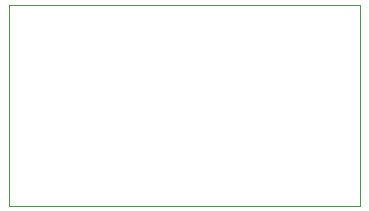
<source format=gbr>
G04 #@! TF.GenerationSoftware,KiCad,Pcbnew,(5.1.4)-1*
G04 #@! TF.CreationDate,2020-02-26T20:20:47+00:00*
G04 #@! TF.ProjectId,drv120_solenoid_driver,64727631-3230-45f7-936f-6c656e6f6964,rev?*
G04 #@! TF.SameCoordinates,Original*
G04 #@! TF.FileFunction,Profile,NP*
%FSLAX46Y46*%
G04 Gerber Fmt 4.6, Leading zero omitted, Abs format (unit mm)*
G04 Created by KiCad (PCBNEW (5.1.4)-1) date 2020-02-26 20:20:47*
%MOMM*%
%LPD*%
G04 APERTURE LIST*
%ADD10C,0.050000*%
G04 APERTURE END LIST*
D10*
X135382000Y-117602000D02*
X135382000Y-100584000D01*
X165100000Y-117602000D02*
X135382000Y-117602000D01*
X165100000Y-100584000D02*
X165100000Y-117602000D01*
X135382000Y-100584000D02*
X165100000Y-100584000D01*
M02*

</source>
